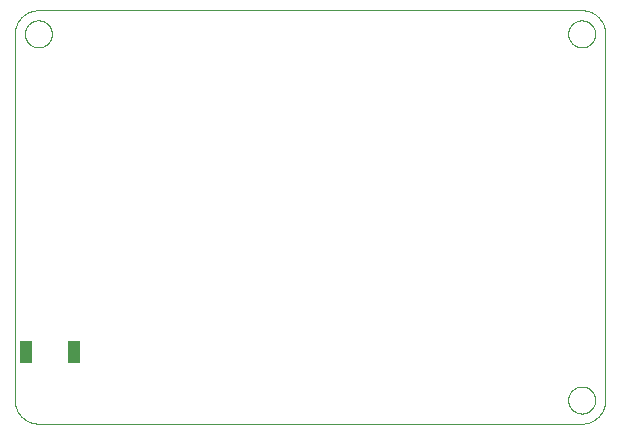
<source format=gbp>
G75*
%MOIN*%
%OFA0B0*%
%FSLAX25Y25*%
%IPPOS*%
%LPD*%
%AMOC8*
5,1,8,0,0,1.08239X$1,22.5*
%
%ADD10C,0.00000*%
%ADD11C,0.00100*%
%ADD12R,0.04000X0.07800*%
D10*
X0010874Y0003250D02*
X0191976Y0003250D01*
X0192166Y0003252D01*
X0192356Y0003259D01*
X0192546Y0003271D01*
X0192736Y0003287D01*
X0192925Y0003307D01*
X0193114Y0003333D01*
X0193302Y0003362D01*
X0193489Y0003397D01*
X0193675Y0003436D01*
X0193860Y0003479D01*
X0194045Y0003527D01*
X0194228Y0003579D01*
X0194409Y0003635D01*
X0194589Y0003696D01*
X0194768Y0003762D01*
X0194945Y0003831D01*
X0195121Y0003905D01*
X0195294Y0003983D01*
X0195466Y0004066D01*
X0195635Y0004152D01*
X0195803Y0004242D01*
X0195968Y0004337D01*
X0196131Y0004435D01*
X0196291Y0004538D01*
X0196449Y0004644D01*
X0196604Y0004754D01*
X0196757Y0004867D01*
X0196907Y0004985D01*
X0197053Y0005106D01*
X0197197Y0005230D01*
X0197338Y0005358D01*
X0197476Y0005489D01*
X0197611Y0005624D01*
X0197742Y0005762D01*
X0197870Y0005903D01*
X0197994Y0006047D01*
X0198115Y0006193D01*
X0198233Y0006343D01*
X0198346Y0006496D01*
X0198456Y0006651D01*
X0198562Y0006809D01*
X0198665Y0006969D01*
X0198763Y0007132D01*
X0198858Y0007297D01*
X0198948Y0007465D01*
X0199034Y0007634D01*
X0199117Y0007806D01*
X0199195Y0007979D01*
X0199269Y0008155D01*
X0199338Y0008332D01*
X0199404Y0008511D01*
X0199465Y0008691D01*
X0199521Y0008872D01*
X0199573Y0009055D01*
X0199621Y0009240D01*
X0199664Y0009425D01*
X0199703Y0009611D01*
X0199738Y0009798D01*
X0199767Y0009986D01*
X0199793Y0010175D01*
X0199813Y0010364D01*
X0199829Y0010554D01*
X0199841Y0010744D01*
X0199848Y0010934D01*
X0199850Y0011124D01*
X0199850Y0133171D01*
X0199848Y0133361D01*
X0199841Y0133551D01*
X0199829Y0133741D01*
X0199813Y0133931D01*
X0199793Y0134120D01*
X0199767Y0134309D01*
X0199738Y0134497D01*
X0199703Y0134684D01*
X0199664Y0134870D01*
X0199621Y0135055D01*
X0199573Y0135240D01*
X0199521Y0135423D01*
X0199465Y0135604D01*
X0199404Y0135784D01*
X0199338Y0135963D01*
X0199269Y0136140D01*
X0199195Y0136316D01*
X0199117Y0136489D01*
X0199034Y0136661D01*
X0198948Y0136830D01*
X0198858Y0136998D01*
X0198763Y0137163D01*
X0198665Y0137326D01*
X0198562Y0137486D01*
X0198456Y0137644D01*
X0198346Y0137799D01*
X0198233Y0137952D01*
X0198115Y0138102D01*
X0197994Y0138248D01*
X0197870Y0138392D01*
X0197742Y0138533D01*
X0197611Y0138671D01*
X0197476Y0138806D01*
X0197338Y0138937D01*
X0197197Y0139065D01*
X0197053Y0139189D01*
X0196907Y0139310D01*
X0196757Y0139428D01*
X0196604Y0139541D01*
X0196449Y0139651D01*
X0196291Y0139757D01*
X0196131Y0139860D01*
X0195968Y0139958D01*
X0195803Y0140053D01*
X0195635Y0140143D01*
X0195466Y0140229D01*
X0195294Y0140312D01*
X0195121Y0140390D01*
X0194945Y0140464D01*
X0194768Y0140533D01*
X0194589Y0140599D01*
X0194409Y0140660D01*
X0194228Y0140716D01*
X0194045Y0140768D01*
X0193860Y0140816D01*
X0193675Y0140859D01*
X0193489Y0140898D01*
X0193302Y0140933D01*
X0193114Y0140962D01*
X0192925Y0140988D01*
X0192736Y0141008D01*
X0192546Y0141024D01*
X0192356Y0141036D01*
X0192166Y0141043D01*
X0191976Y0141045D01*
X0010874Y0141045D01*
X0010684Y0141043D01*
X0010494Y0141036D01*
X0010304Y0141024D01*
X0010114Y0141008D01*
X0009925Y0140988D01*
X0009736Y0140962D01*
X0009548Y0140933D01*
X0009361Y0140898D01*
X0009175Y0140859D01*
X0008990Y0140816D01*
X0008805Y0140768D01*
X0008622Y0140716D01*
X0008441Y0140660D01*
X0008261Y0140599D01*
X0008082Y0140533D01*
X0007905Y0140464D01*
X0007729Y0140390D01*
X0007556Y0140312D01*
X0007384Y0140229D01*
X0007215Y0140143D01*
X0007047Y0140053D01*
X0006882Y0139958D01*
X0006719Y0139860D01*
X0006559Y0139757D01*
X0006401Y0139651D01*
X0006246Y0139541D01*
X0006093Y0139428D01*
X0005943Y0139310D01*
X0005797Y0139189D01*
X0005653Y0139065D01*
X0005512Y0138937D01*
X0005374Y0138806D01*
X0005239Y0138671D01*
X0005108Y0138533D01*
X0004980Y0138392D01*
X0004856Y0138248D01*
X0004735Y0138102D01*
X0004617Y0137952D01*
X0004504Y0137799D01*
X0004394Y0137644D01*
X0004288Y0137486D01*
X0004185Y0137326D01*
X0004087Y0137163D01*
X0003992Y0136998D01*
X0003902Y0136830D01*
X0003816Y0136661D01*
X0003733Y0136489D01*
X0003655Y0136316D01*
X0003581Y0136140D01*
X0003512Y0135963D01*
X0003446Y0135784D01*
X0003385Y0135604D01*
X0003329Y0135423D01*
X0003277Y0135240D01*
X0003229Y0135055D01*
X0003186Y0134870D01*
X0003147Y0134684D01*
X0003112Y0134497D01*
X0003083Y0134309D01*
X0003057Y0134120D01*
X0003037Y0133931D01*
X0003021Y0133741D01*
X0003009Y0133551D01*
X0003002Y0133361D01*
X0003000Y0133171D01*
X0003000Y0011124D01*
X0003002Y0010934D01*
X0003009Y0010744D01*
X0003021Y0010554D01*
X0003037Y0010364D01*
X0003057Y0010175D01*
X0003083Y0009986D01*
X0003112Y0009798D01*
X0003147Y0009611D01*
X0003186Y0009425D01*
X0003229Y0009240D01*
X0003277Y0009055D01*
X0003329Y0008872D01*
X0003385Y0008691D01*
X0003446Y0008511D01*
X0003512Y0008332D01*
X0003581Y0008155D01*
X0003655Y0007979D01*
X0003733Y0007806D01*
X0003816Y0007634D01*
X0003902Y0007465D01*
X0003992Y0007297D01*
X0004087Y0007132D01*
X0004185Y0006969D01*
X0004288Y0006809D01*
X0004394Y0006651D01*
X0004504Y0006496D01*
X0004617Y0006343D01*
X0004735Y0006193D01*
X0004856Y0006047D01*
X0004980Y0005903D01*
X0005108Y0005762D01*
X0005239Y0005624D01*
X0005374Y0005489D01*
X0005512Y0005358D01*
X0005653Y0005230D01*
X0005797Y0005106D01*
X0005943Y0004985D01*
X0006093Y0004867D01*
X0006246Y0004754D01*
X0006401Y0004644D01*
X0006559Y0004538D01*
X0006719Y0004435D01*
X0006882Y0004337D01*
X0007047Y0004242D01*
X0007215Y0004152D01*
X0007384Y0004066D01*
X0007556Y0003983D01*
X0007729Y0003905D01*
X0007905Y0003831D01*
X0008082Y0003762D01*
X0008261Y0003696D01*
X0008441Y0003635D01*
X0008622Y0003579D01*
X0008805Y0003527D01*
X0008990Y0003479D01*
X0009175Y0003436D01*
X0009361Y0003397D01*
X0009548Y0003362D01*
X0009736Y0003333D01*
X0009925Y0003307D01*
X0010114Y0003287D01*
X0010304Y0003271D01*
X0010494Y0003259D01*
X0010684Y0003252D01*
X0010874Y0003250D01*
D11*
X0187476Y0011124D02*
X0187478Y0011258D01*
X0187484Y0011392D01*
X0187494Y0011525D01*
X0187508Y0011659D01*
X0187526Y0011792D01*
X0187548Y0011924D01*
X0187573Y0012055D01*
X0187603Y0012186D01*
X0187637Y0012316D01*
X0187674Y0012444D01*
X0187715Y0012572D01*
X0187760Y0012698D01*
X0187809Y0012823D01*
X0187861Y0012946D01*
X0187917Y0013068D01*
X0187977Y0013188D01*
X0188040Y0013306D01*
X0188107Y0013422D01*
X0188177Y0013536D01*
X0188251Y0013648D01*
X0188328Y0013758D01*
X0188408Y0013866D01*
X0188491Y0013971D01*
X0188577Y0014073D01*
X0188666Y0014173D01*
X0188759Y0014270D01*
X0188854Y0014365D01*
X0188952Y0014456D01*
X0189052Y0014545D01*
X0189155Y0014630D01*
X0189261Y0014713D01*
X0189369Y0014792D01*
X0189479Y0014868D01*
X0189592Y0014941D01*
X0189707Y0015010D01*
X0189823Y0015076D01*
X0189942Y0015138D01*
X0190062Y0015197D01*
X0190185Y0015252D01*
X0190308Y0015304D01*
X0190433Y0015351D01*
X0190560Y0015395D01*
X0190688Y0015436D01*
X0190817Y0015472D01*
X0190947Y0015505D01*
X0191078Y0015533D01*
X0191209Y0015558D01*
X0191342Y0015579D01*
X0191475Y0015596D01*
X0191608Y0015609D01*
X0191742Y0015618D01*
X0191876Y0015623D01*
X0192010Y0015624D01*
X0192143Y0015621D01*
X0192277Y0015614D01*
X0192411Y0015603D01*
X0192544Y0015588D01*
X0192677Y0015569D01*
X0192809Y0015546D01*
X0192940Y0015520D01*
X0193070Y0015489D01*
X0193200Y0015454D01*
X0193328Y0015416D01*
X0193455Y0015374D01*
X0193581Y0015328D01*
X0193706Y0015278D01*
X0193829Y0015225D01*
X0193950Y0015168D01*
X0194070Y0015107D01*
X0194187Y0015043D01*
X0194303Y0014976D01*
X0194417Y0014905D01*
X0194528Y0014830D01*
X0194637Y0014753D01*
X0194744Y0014672D01*
X0194849Y0014588D01*
X0194950Y0014501D01*
X0195050Y0014411D01*
X0195146Y0014318D01*
X0195240Y0014222D01*
X0195331Y0014123D01*
X0195418Y0014022D01*
X0195503Y0013918D01*
X0195585Y0013812D01*
X0195663Y0013704D01*
X0195738Y0013593D01*
X0195810Y0013480D01*
X0195879Y0013364D01*
X0195944Y0013247D01*
X0196005Y0013128D01*
X0196063Y0013007D01*
X0196117Y0012885D01*
X0196168Y0012761D01*
X0196215Y0012635D01*
X0196258Y0012508D01*
X0196297Y0012380D01*
X0196333Y0012251D01*
X0196364Y0012121D01*
X0196392Y0011990D01*
X0196416Y0011858D01*
X0196436Y0011725D01*
X0196452Y0011592D01*
X0196464Y0011459D01*
X0196472Y0011325D01*
X0196476Y0011191D01*
X0196476Y0011057D01*
X0196472Y0010923D01*
X0196464Y0010789D01*
X0196452Y0010656D01*
X0196436Y0010523D01*
X0196416Y0010390D01*
X0196392Y0010258D01*
X0196364Y0010127D01*
X0196333Y0009997D01*
X0196297Y0009868D01*
X0196258Y0009740D01*
X0196215Y0009613D01*
X0196168Y0009487D01*
X0196117Y0009363D01*
X0196063Y0009241D01*
X0196005Y0009120D01*
X0195944Y0009001D01*
X0195879Y0008884D01*
X0195810Y0008768D01*
X0195738Y0008655D01*
X0195663Y0008544D01*
X0195585Y0008436D01*
X0195503Y0008330D01*
X0195418Y0008226D01*
X0195331Y0008125D01*
X0195240Y0008026D01*
X0195146Y0007930D01*
X0195050Y0007837D01*
X0194950Y0007747D01*
X0194849Y0007660D01*
X0194744Y0007576D01*
X0194637Y0007495D01*
X0194528Y0007418D01*
X0194417Y0007343D01*
X0194303Y0007272D01*
X0194187Y0007205D01*
X0194070Y0007141D01*
X0193950Y0007080D01*
X0193829Y0007023D01*
X0193706Y0006970D01*
X0193581Y0006920D01*
X0193455Y0006874D01*
X0193328Y0006832D01*
X0193200Y0006794D01*
X0193070Y0006759D01*
X0192940Y0006728D01*
X0192809Y0006702D01*
X0192677Y0006679D01*
X0192544Y0006660D01*
X0192411Y0006645D01*
X0192277Y0006634D01*
X0192143Y0006627D01*
X0192010Y0006624D01*
X0191876Y0006625D01*
X0191742Y0006630D01*
X0191608Y0006639D01*
X0191475Y0006652D01*
X0191342Y0006669D01*
X0191209Y0006690D01*
X0191078Y0006715D01*
X0190947Y0006743D01*
X0190817Y0006776D01*
X0190688Y0006812D01*
X0190560Y0006853D01*
X0190433Y0006897D01*
X0190308Y0006944D01*
X0190185Y0006996D01*
X0190062Y0007051D01*
X0189942Y0007110D01*
X0189823Y0007172D01*
X0189707Y0007238D01*
X0189592Y0007307D01*
X0189479Y0007380D01*
X0189369Y0007456D01*
X0189261Y0007535D01*
X0189155Y0007618D01*
X0189052Y0007703D01*
X0188952Y0007792D01*
X0188854Y0007883D01*
X0188759Y0007978D01*
X0188666Y0008075D01*
X0188577Y0008175D01*
X0188491Y0008277D01*
X0188408Y0008382D01*
X0188328Y0008490D01*
X0188251Y0008600D01*
X0188177Y0008712D01*
X0188107Y0008826D01*
X0188040Y0008942D01*
X0187977Y0009060D01*
X0187917Y0009180D01*
X0187861Y0009302D01*
X0187809Y0009425D01*
X0187760Y0009550D01*
X0187715Y0009676D01*
X0187674Y0009804D01*
X0187637Y0009932D01*
X0187603Y0010062D01*
X0187573Y0010193D01*
X0187548Y0010324D01*
X0187526Y0010456D01*
X0187508Y0010589D01*
X0187494Y0010723D01*
X0187484Y0010856D01*
X0187478Y0010990D01*
X0187476Y0011124D01*
X0187476Y0133171D02*
X0187478Y0133305D01*
X0187484Y0133439D01*
X0187494Y0133572D01*
X0187508Y0133706D01*
X0187526Y0133839D01*
X0187548Y0133971D01*
X0187573Y0134102D01*
X0187603Y0134233D01*
X0187637Y0134363D01*
X0187674Y0134491D01*
X0187715Y0134619D01*
X0187760Y0134745D01*
X0187809Y0134870D01*
X0187861Y0134993D01*
X0187917Y0135115D01*
X0187977Y0135235D01*
X0188040Y0135353D01*
X0188107Y0135469D01*
X0188177Y0135583D01*
X0188251Y0135695D01*
X0188328Y0135805D01*
X0188408Y0135913D01*
X0188491Y0136018D01*
X0188577Y0136120D01*
X0188666Y0136220D01*
X0188759Y0136317D01*
X0188854Y0136412D01*
X0188952Y0136503D01*
X0189052Y0136592D01*
X0189155Y0136677D01*
X0189261Y0136760D01*
X0189369Y0136839D01*
X0189479Y0136915D01*
X0189592Y0136988D01*
X0189707Y0137057D01*
X0189823Y0137123D01*
X0189942Y0137185D01*
X0190062Y0137244D01*
X0190185Y0137299D01*
X0190308Y0137351D01*
X0190433Y0137398D01*
X0190560Y0137442D01*
X0190688Y0137483D01*
X0190817Y0137519D01*
X0190947Y0137552D01*
X0191078Y0137580D01*
X0191209Y0137605D01*
X0191342Y0137626D01*
X0191475Y0137643D01*
X0191608Y0137656D01*
X0191742Y0137665D01*
X0191876Y0137670D01*
X0192010Y0137671D01*
X0192143Y0137668D01*
X0192277Y0137661D01*
X0192411Y0137650D01*
X0192544Y0137635D01*
X0192677Y0137616D01*
X0192809Y0137593D01*
X0192940Y0137567D01*
X0193070Y0137536D01*
X0193200Y0137501D01*
X0193328Y0137463D01*
X0193455Y0137421D01*
X0193581Y0137375D01*
X0193706Y0137325D01*
X0193829Y0137272D01*
X0193950Y0137215D01*
X0194070Y0137154D01*
X0194187Y0137090D01*
X0194303Y0137023D01*
X0194417Y0136952D01*
X0194528Y0136877D01*
X0194637Y0136800D01*
X0194744Y0136719D01*
X0194849Y0136635D01*
X0194950Y0136548D01*
X0195050Y0136458D01*
X0195146Y0136365D01*
X0195240Y0136269D01*
X0195331Y0136170D01*
X0195418Y0136069D01*
X0195503Y0135965D01*
X0195585Y0135859D01*
X0195663Y0135751D01*
X0195738Y0135640D01*
X0195810Y0135527D01*
X0195879Y0135411D01*
X0195944Y0135294D01*
X0196005Y0135175D01*
X0196063Y0135054D01*
X0196117Y0134932D01*
X0196168Y0134808D01*
X0196215Y0134682D01*
X0196258Y0134555D01*
X0196297Y0134427D01*
X0196333Y0134298D01*
X0196364Y0134168D01*
X0196392Y0134037D01*
X0196416Y0133905D01*
X0196436Y0133772D01*
X0196452Y0133639D01*
X0196464Y0133506D01*
X0196472Y0133372D01*
X0196476Y0133238D01*
X0196476Y0133104D01*
X0196472Y0132970D01*
X0196464Y0132836D01*
X0196452Y0132703D01*
X0196436Y0132570D01*
X0196416Y0132437D01*
X0196392Y0132305D01*
X0196364Y0132174D01*
X0196333Y0132044D01*
X0196297Y0131915D01*
X0196258Y0131787D01*
X0196215Y0131660D01*
X0196168Y0131534D01*
X0196117Y0131410D01*
X0196063Y0131288D01*
X0196005Y0131167D01*
X0195944Y0131048D01*
X0195879Y0130931D01*
X0195810Y0130815D01*
X0195738Y0130702D01*
X0195663Y0130591D01*
X0195585Y0130483D01*
X0195503Y0130377D01*
X0195418Y0130273D01*
X0195331Y0130172D01*
X0195240Y0130073D01*
X0195146Y0129977D01*
X0195050Y0129884D01*
X0194950Y0129794D01*
X0194849Y0129707D01*
X0194744Y0129623D01*
X0194637Y0129542D01*
X0194528Y0129465D01*
X0194417Y0129390D01*
X0194303Y0129319D01*
X0194187Y0129252D01*
X0194070Y0129188D01*
X0193950Y0129127D01*
X0193829Y0129070D01*
X0193706Y0129017D01*
X0193581Y0128967D01*
X0193455Y0128921D01*
X0193328Y0128879D01*
X0193200Y0128841D01*
X0193070Y0128806D01*
X0192940Y0128775D01*
X0192809Y0128749D01*
X0192677Y0128726D01*
X0192544Y0128707D01*
X0192411Y0128692D01*
X0192277Y0128681D01*
X0192143Y0128674D01*
X0192010Y0128671D01*
X0191876Y0128672D01*
X0191742Y0128677D01*
X0191608Y0128686D01*
X0191475Y0128699D01*
X0191342Y0128716D01*
X0191209Y0128737D01*
X0191078Y0128762D01*
X0190947Y0128790D01*
X0190817Y0128823D01*
X0190688Y0128859D01*
X0190560Y0128900D01*
X0190433Y0128944D01*
X0190308Y0128991D01*
X0190185Y0129043D01*
X0190062Y0129098D01*
X0189942Y0129157D01*
X0189823Y0129219D01*
X0189707Y0129285D01*
X0189592Y0129354D01*
X0189479Y0129427D01*
X0189369Y0129503D01*
X0189261Y0129582D01*
X0189155Y0129665D01*
X0189052Y0129750D01*
X0188952Y0129839D01*
X0188854Y0129930D01*
X0188759Y0130025D01*
X0188666Y0130122D01*
X0188577Y0130222D01*
X0188491Y0130324D01*
X0188408Y0130429D01*
X0188328Y0130537D01*
X0188251Y0130647D01*
X0188177Y0130759D01*
X0188107Y0130873D01*
X0188040Y0130989D01*
X0187977Y0131107D01*
X0187917Y0131227D01*
X0187861Y0131349D01*
X0187809Y0131472D01*
X0187760Y0131597D01*
X0187715Y0131723D01*
X0187674Y0131851D01*
X0187637Y0131979D01*
X0187603Y0132109D01*
X0187573Y0132240D01*
X0187548Y0132371D01*
X0187526Y0132503D01*
X0187508Y0132636D01*
X0187494Y0132770D01*
X0187484Y0132903D01*
X0187478Y0133037D01*
X0187476Y0133171D01*
X0006374Y0133171D02*
X0006376Y0133305D01*
X0006382Y0133439D01*
X0006392Y0133572D01*
X0006406Y0133706D01*
X0006424Y0133839D01*
X0006446Y0133971D01*
X0006471Y0134102D01*
X0006501Y0134233D01*
X0006535Y0134363D01*
X0006572Y0134491D01*
X0006613Y0134619D01*
X0006658Y0134745D01*
X0006707Y0134870D01*
X0006759Y0134993D01*
X0006815Y0135115D01*
X0006875Y0135235D01*
X0006938Y0135353D01*
X0007005Y0135469D01*
X0007075Y0135583D01*
X0007149Y0135695D01*
X0007226Y0135805D01*
X0007306Y0135913D01*
X0007389Y0136018D01*
X0007475Y0136120D01*
X0007564Y0136220D01*
X0007657Y0136317D01*
X0007752Y0136412D01*
X0007850Y0136503D01*
X0007950Y0136592D01*
X0008053Y0136677D01*
X0008159Y0136760D01*
X0008267Y0136839D01*
X0008377Y0136915D01*
X0008490Y0136988D01*
X0008605Y0137057D01*
X0008721Y0137123D01*
X0008840Y0137185D01*
X0008960Y0137244D01*
X0009083Y0137299D01*
X0009206Y0137351D01*
X0009331Y0137398D01*
X0009458Y0137442D01*
X0009586Y0137483D01*
X0009715Y0137519D01*
X0009845Y0137552D01*
X0009976Y0137580D01*
X0010107Y0137605D01*
X0010240Y0137626D01*
X0010373Y0137643D01*
X0010506Y0137656D01*
X0010640Y0137665D01*
X0010774Y0137670D01*
X0010908Y0137671D01*
X0011041Y0137668D01*
X0011175Y0137661D01*
X0011309Y0137650D01*
X0011442Y0137635D01*
X0011575Y0137616D01*
X0011707Y0137593D01*
X0011838Y0137567D01*
X0011968Y0137536D01*
X0012098Y0137501D01*
X0012226Y0137463D01*
X0012353Y0137421D01*
X0012479Y0137375D01*
X0012604Y0137325D01*
X0012727Y0137272D01*
X0012848Y0137215D01*
X0012968Y0137154D01*
X0013085Y0137090D01*
X0013201Y0137023D01*
X0013315Y0136952D01*
X0013426Y0136877D01*
X0013535Y0136800D01*
X0013642Y0136719D01*
X0013747Y0136635D01*
X0013848Y0136548D01*
X0013948Y0136458D01*
X0014044Y0136365D01*
X0014138Y0136269D01*
X0014229Y0136170D01*
X0014316Y0136069D01*
X0014401Y0135965D01*
X0014483Y0135859D01*
X0014561Y0135751D01*
X0014636Y0135640D01*
X0014708Y0135527D01*
X0014777Y0135411D01*
X0014842Y0135294D01*
X0014903Y0135175D01*
X0014961Y0135054D01*
X0015015Y0134932D01*
X0015066Y0134808D01*
X0015113Y0134682D01*
X0015156Y0134555D01*
X0015195Y0134427D01*
X0015231Y0134298D01*
X0015262Y0134168D01*
X0015290Y0134037D01*
X0015314Y0133905D01*
X0015334Y0133772D01*
X0015350Y0133639D01*
X0015362Y0133506D01*
X0015370Y0133372D01*
X0015374Y0133238D01*
X0015374Y0133104D01*
X0015370Y0132970D01*
X0015362Y0132836D01*
X0015350Y0132703D01*
X0015334Y0132570D01*
X0015314Y0132437D01*
X0015290Y0132305D01*
X0015262Y0132174D01*
X0015231Y0132044D01*
X0015195Y0131915D01*
X0015156Y0131787D01*
X0015113Y0131660D01*
X0015066Y0131534D01*
X0015015Y0131410D01*
X0014961Y0131288D01*
X0014903Y0131167D01*
X0014842Y0131048D01*
X0014777Y0130931D01*
X0014708Y0130815D01*
X0014636Y0130702D01*
X0014561Y0130591D01*
X0014483Y0130483D01*
X0014401Y0130377D01*
X0014316Y0130273D01*
X0014229Y0130172D01*
X0014138Y0130073D01*
X0014044Y0129977D01*
X0013948Y0129884D01*
X0013848Y0129794D01*
X0013747Y0129707D01*
X0013642Y0129623D01*
X0013535Y0129542D01*
X0013426Y0129465D01*
X0013315Y0129390D01*
X0013201Y0129319D01*
X0013085Y0129252D01*
X0012968Y0129188D01*
X0012848Y0129127D01*
X0012727Y0129070D01*
X0012604Y0129017D01*
X0012479Y0128967D01*
X0012353Y0128921D01*
X0012226Y0128879D01*
X0012098Y0128841D01*
X0011968Y0128806D01*
X0011838Y0128775D01*
X0011707Y0128749D01*
X0011575Y0128726D01*
X0011442Y0128707D01*
X0011309Y0128692D01*
X0011175Y0128681D01*
X0011041Y0128674D01*
X0010908Y0128671D01*
X0010774Y0128672D01*
X0010640Y0128677D01*
X0010506Y0128686D01*
X0010373Y0128699D01*
X0010240Y0128716D01*
X0010107Y0128737D01*
X0009976Y0128762D01*
X0009845Y0128790D01*
X0009715Y0128823D01*
X0009586Y0128859D01*
X0009458Y0128900D01*
X0009331Y0128944D01*
X0009206Y0128991D01*
X0009083Y0129043D01*
X0008960Y0129098D01*
X0008840Y0129157D01*
X0008721Y0129219D01*
X0008605Y0129285D01*
X0008490Y0129354D01*
X0008377Y0129427D01*
X0008267Y0129503D01*
X0008159Y0129582D01*
X0008053Y0129665D01*
X0007950Y0129750D01*
X0007850Y0129839D01*
X0007752Y0129930D01*
X0007657Y0130025D01*
X0007564Y0130122D01*
X0007475Y0130222D01*
X0007389Y0130324D01*
X0007306Y0130429D01*
X0007226Y0130537D01*
X0007149Y0130647D01*
X0007075Y0130759D01*
X0007005Y0130873D01*
X0006938Y0130989D01*
X0006875Y0131107D01*
X0006815Y0131227D01*
X0006759Y0131349D01*
X0006707Y0131472D01*
X0006658Y0131597D01*
X0006613Y0131723D01*
X0006572Y0131851D01*
X0006535Y0131979D01*
X0006501Y0132109D01*
X0006471Y0132240D01*
X0006446Y0132371D01*
X0006424Y0132503D01*
X0006406Y0132636D01*
X0006392Y0132770D01*
X0006382Y0132903D01*
X0006376Y0133037D01*
X0006374Y0133171D01*
D12*
X0006906Y0027022D03*
X0022656Y0027022D03*
M02*

</source>
